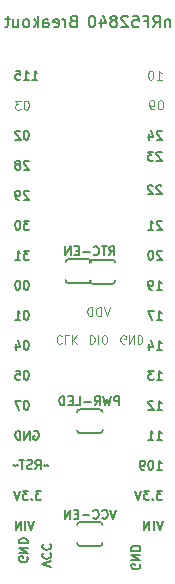
<source format=gbr>
G04 #@! TF.GenerationSoftware,KiCad,Pcbnew,(7.0.0)*
G04 #@! TF.CreationDate,2023-04-22T14:23:37+07:00*
G04 #@! TF.ProjectId,nrf52840-qfaa-breakout,6e726635-3238-4343-902d-716661612d62,rev?*
G04 #@! TF.SameCoordinates,Original*
G04 #@! TF.FileFunction,Legend,Bot*
G04 #@! TF.FilePolarity,Positive*
%FSLAX46Y46*%
G04 Gerber Fmt 4.6, Leading zero omitted, Abs format (unit mm)*
G04 Created by KiCad (PCBNEW (7.0.0)) date 2023-04-22 14:23:37*
%MOMM*%
%LPD*%
G01*
G04 APERTURE LIST*
%ADD10C,0.133350*%
%ADD11C,0.100000*%
%ADD12C,0.171450*%
%ADD13C,0.203200*%
G04 APERTURE END LIST*
D10*
X143139584Y-108970561D02*
X143067617Y-108970561D01*
X143067617Y-108970561D02*
X142995650Y-109006545D01*
X142995650Y-109006545D02*
X142959667Y-109042528D01*
X142959667Y-109042528D02*
X142923684Y-109114495D01*
X142923684Y-109114495D02*
X142887700Y-109258428D01*
X142887700Y-109258428D02*
X142887700Y-109438345D01*
X142887700Y-109438345D02*
X142923684Y-109582278D01*
X142923684Y-109582278D02*
X142959667Y-109654245D01*
X142959667Y-109654245D02*
X142995650Y-109690228D01*
X142995650Y-109690228D02*
X143067617Y-109726211D01*
X143067617Y-109726211D02*
X143139584Y-109726211D01*
X143139584Y-109726211D02*
X143211550Y-109690228D01*
X143211550Y-109690228D02*
X143247534Y-109654245D01*
X143247534Y-109654245D02*
X143283517Y-109582278D01*
X143283517Y-109582278D02*
X143319500Y-109438345D01*
X143319500Y-109438345D02*
X143319500Y-109258428D01*
X143319500Y-109258428D02*
X143283517Y-109114495D01*
X143283517Y-109114495D02*
X143247534Y-109042528D01*
X143247534Y-109042528D02*
X143211550Y-109006545D01*
X143211550Y-109006545D02*
X143139584Y-108970561D01*
X142240000Y-109222445D02*
X142240000Y-109726211D01*
X142419917Y-108934578D02*
X142599833Y-109474328D01*
X142599833Y-109474328D02*
X142132050Y-109474328D01*
X154580166Y-98882528D02*
X154544183Y-98846545D01*
X154544183Y-98846545D02*
X154472216Y-98810561D01*
X154472216Y-98810561D02*
X154292300Y-98810561D01*
X154292300Y-98810561D02*
X154220333Y-98846545D01*
X154220333Y-98846545D02*
X154184350Y-98882528D01*
X154184350Y-98882528D02*
X154148366Y-98954495D01*
X154148366Y-98954495D02*
X154148366Y-99026461D01*
X154148366Y-99026461D02*
X154184350Y-99134411D01*
X154184350Y-99134411D02*
X154616150Y-99566211D01*
X154616150Y-99566211D02*
X154148366Y-99566211D01*
X153428699Y-99566211D02*
X153860499Y-99566211D01*
X153644599Y-99566211D02*
X153644599Y-98810561D01*
X153644599Y-98810561D02*
X153716566Y-98918511D01*
X153716566Y-98918511D02*
X153788533Y-98990478D01*
X153788533Y-98990478D02*
X153860499Y-99026461D01*
D11*
X143139584Y-88650561D02*
X143067617Y-88650561D01*
X143067617Y-88650561D02*
X142995650Y-88686545D01*
X142995650Y-88686545D02*
X142959667Y-88722528D01*
X142959667Y-88722528D02*
X142923684Y-88794495D01*
X142923684Y-88794495D02*
X142887700Y-88938428D01*
X142887700Y-88938428D02*
X142887700Y-89118345D01*
X142887700Y-89118345D02*
X142923684Y-89262278D01*
X142923684Y-89262278D02*
X142959667Y-89334245D01*
X142959667Y-89334245D02*
X142995650Y-89370228D01*
X142995650Y-89370228D02*
X143067617Y-89406211D01*
X143067617Y-89406211D02*
X143139584Y-89406211D01*
X143139584Y-89406211D02*
X143211550Y-89370228D01*
X143211550Y-89370228D02*
X143247534Y-89334245D01*
X143247534Y-89334245D02*
X143283517Y-89262278D01*
X143283517Y-89262278D02*
X143319500Y-89118345D01*
X143319500Y-89118345D02*
X143319500Y-88938428D01*
X143319500Y-88938428D02*
X143283517Y-88794495D01*
X143283517Y-88794495D02*
X143247534Y-88722528D01*
X143247534Y-88722528D02*
X143211550Y-88686545D01*
X143211550Y-88686545D02*
X143139584Y-88650561D01*
X142635817Y-88650561D02*
X142168033Y-88650561D01*
X142168033Y-88650561D02*
X142419917Y-88938428D01*
X142419917Y-88938428D02*
X142311967Y-88938428D01*
X142311967Y-88938428D02*
X142240000Y-88974411D01*
X142240000Y-88974411D02*
X142204017Y-89010395D01*
X142204017Y-89010395D02*
X142168033Y-89082361D01*
X142168033Y-89082361D02*
X142168033Y-89262278D01*
X142168033Y-89262278D02*
X142204017Y-89334245D01*
X142204017Y-89334245D02*
X142240000Y-89370228D01*
X142240000Y-89370228D02*
X142311967Y-89406211D01*
X142311967Y-89406211D02*
X142527867Y-89406211D01*
X142527867Y-89406211D02*
X142599833Y-89370228D01*
X142599833Y-89370228D02*
X142635817Y-89334245D01*
D10*
X150138341Y-101740356D02*
X150390224Y-101380523D01*
X150570141Y-101740356D02*
X150570141Y-100984706D01*
X150570141Y-100984706D02*
X150282274Y-100984706D01*
X150282274Y-100984706D02*
X150210308Y-101020690D01*
X150210308Y-101020690D02*
X150174324Y-101056673D01*
X150174324Y-101056673D02*
X150138341Y-101128640D01*
X150138341Y-101128640D02*
X150138341Y-101236590D01*
X150138341Y-101236590D02*
X150174324Y-101308556D01*
X150174324Y-101308556D02*
X150210308Y-101344540D01*
X150210308Y-101344540D02*
X150282274Y-101380523D01*
X150282274Y-101380523D02*
X150570141Y-101380523D01*
X149922441Y-100984706D02*
X149490641Y-100984706D01*
X149706541Y-101740356D02*
X149706541Y-100984706D01*
X148806958Y-101668390D02*
X148842941Y-101704373D01*
X148842941Y-101704373D02*
X148950891Y-101740356D01*
X148950891Y-101740356D02*
X149022858Y-101740356D01*
X149022858Y-101740356D02*
X149130808Y-101704373D01*
X149130808Y-101704373D02*
X149202775Y-101632406D01*
X149202775Y-101632406D02*
X149238758Y-101560440D01*
X149238758Y-101560440D02*
X149274741Y-101416506D01*
X149274741Y-101416506D02*
X149274741Y-101308556D01*
X149274741Y-101308556D02*
X149238758Y-101164623D01*
X149238758Y-101164623D02*
X149202775Y-101092656D01*
X149202775Y-101092656D02*
X149130808Y-101020690D01*
X149130808Y-101020690D02*
X149022858Y-100984706D01*
X149022858Y-100984706D02*
X148950891Y-100984706D01*
X148950891Y-100984706D02*
X148842941Y-101020690D01*
X148842941Y-101020690D02*
X148806958Y-101056673D01*
X148483108Y-101452490D02*
X147907375Y-101452490D01*
X147547541Y-101344540D02*
X147295658Y-101344540D01*
X147187708Y-101740356D02*
X147547541Y-101740356D01*
X147547541Y-101740356D02*
X147547541Y-100984706D01*
X147547541Y-100984706D02*
X147187708Y-100984706D01*
X146863858Y-101740356D02*
X146863858Y-100984706D01*
X146863858Y-100984706D02*
X146432058Y-101740356D01*
X146432058Y-101740356D02*
X146432058Y-100984706D01*
X154616150Y-121670561D02*
X154148366Y-121670561D01*
X154148366Y-121670561D02*
X154400250Y-121958428D01*
X154400250Y-121958428D02*
X154292300Y-121958428D01*
X154292300Y-121958428D02*
X154220333Y-121994411D01*
X154220333Y-121994411D02*
X154184350Y-122030395D01*
X154184350Y-122030395D02*
X154148366Y-122102361D01*
X154148366Y-122102361D02*
X154148366Y-122282278D01*
X154148366Y-122282278D02*
X154184350Y-122354245D01*
X154184350Y-122354245D02*
X154220333Y-122390228D01*
X154220333Y-122390228D02*
X154292300Y-122426211D01*
X154292300Y-122426211D02*
X154508200Y-122426211D01*
X154508200Y-122426211D02*
X154580166Y-122390228D01*
X154580166Y-122390228D02*
X154616150Y-122354245D01*
X153824516Y-122354245D02*
X153788533Y-122390228D01*
X153788533Y-122390228D02*
X153824516Y-122426211D01*
X153824516Y-122426211D02*
X153860499Y-122390228D01*
X153860499Y-122390228D02*
X153824516Y-122354245D01*
X153824516Y-122354245D02*
X153824516Y-122426211D01*
X153536650Y-121670561D02*
X153068866Y-121670561D01*
X153068866Y-121670561D02*
X153320750Y-121958428D01*
X153320750Y-121958428D02*
X153212800Y-121958428D01*
X153212800Y-121958428D02*
X153140833Y-121994411D01*
X153140833Y-121994411D02*
X153104850Y-122030395D01*
X153104850Y-122030395D02*
X153068866Y-122102361D01*
X153068866Y-122102361D02*
X153068866Y-122282278D01*
X153068866Y-122282278D02*
X153104850Y-122354245D01*
X153104850Y-122354245D02*
X153140833Y-122390228D01*
X153140833Y-122390228D02*
X153212800Y-122426211D01*
X153212800Y-122426211D02*
X153428700Y-122426211D01*
X153428700Y-122426211D02*
X153500666Y-122390228D01*
X153500666Y-122390228D02*
X153536650Y-122354245D01*
X152852966Y-121670561D02*
X152601083Y-122426211D01*
X152601083Y-122426211D02*
X152349199Y-121670561D01*
X154148366Y-109726211D02*
X154580166Y-109726211D01*
X154364266Y-109726211D02*
X154364266Y-108970561D01*
X154364266Y-108970561D02*
X154436233Y-109078511D01*
X154436233Y-109078511D02*
X154508200Y-109150478D01*
X154508200Y-109150478D02*
X154580166Y-109186461D01*
X153500666Y-109222445D02*
X153500666Y-109726211D01*
X153680583Y-108934578D02*
X153860499Y-109474328D01*
X153860499Y-109474328D02*
X153392716Y-109474328D01*
X154148366Y-117346211D02*
X154580166Y-117346211D01*
X154364266Y-117346211D02*
X154364266Y-116590561D01*
X154364266Y-116590561D02*
X154436233Y-116698511D01*
X154436233Y-116698511D02*
X154508200Y-116770478D01*
X154508200Y-116770478D02*
X154580166Y-116806461D01*
X153428699Y-117346211D02*
X153860499Y-117346211D01*
X153644599Y-117346211D02*
X153644599Y-116590561D01*
X153644599Y-116590561D02*
X153716566Y-116698511D01*
X153716566Y-116698511D02*
X153788533Y-116770478D01*
X153788533Y-116770478D02*
X153860499Y-116806461D01*
X150951141Y-114440356D02*
X150951141Y-113684706D01*
X150951141Y-113684706D02*
X150663274Y-113684706D01*
X150663274Y-113684706D02*
X150591308Y-113720690D01*
X150591308Y-113720690D02*
X150555324Y-113756673D01*
X150555324Y-113756673D02*
X150519341Y-113828640D01*
X150519341Y-113828640D02*
X150519341Y-113936590D01*
X150519341Y-113936590D02*
X150555324Y-114008556D01*
X150555324Y-114008556D02*
X150591308Y-114044540D01*
X150591308Y-114044540D02*
X150663274Y-114080523D01*
X150663274Y-114080523D02*
X150951141Y-114080523D01*
X150267458Y-113684706D02*
X150087541Y-114440356D01*
X150087541Y-114440356D02*
X149943608Y-113900606D01*
X149943608Y-113900606D02*
X149799674Y-114440356D01*
X149799674Y-114440356D02*
X149619758Y-113684706D01*
X148900091Y-114440356D02*
X149151974Y-114080523D01*
X149331891Y-114440356D02*
X149331891Y-113684706D01*
X149331891Y-113684706D02*
X149044024Y-113684706D01*
X149044024Y-113684706D02*
X148972058Y-113720690D01*
X148972058Y-113720690D02*
X148936074Y-113756673D01*
X148936074Y-113756673D02*
X148900091Y-113828640D01*
X148900091Y-113828640D02*
X148900091Y-113936590D01*
X148900091Y-113936590D02*
X148936074Y-114008556D01*
X148936074Y-114008556D02*
X148972058Y-114044540D01*
X148972058Y-114044540D02*
X149044024Y-114080523D01*
X149044024Y-114080523D02*
X149331891Y-114080523D01*
X148576241Y-114152490D02*
X148000508Y-114152490D01*
X147280841Y-114440356D02*
X147640674Y-114440356D01*
X147640674Y-114440356D02*
X147640674Y-113684706D01*
X147028957Y-114044540D02*
X146777074Y-114044540D01*
X146669124Y-114440356D02*
X147028957Y-114440356D01*
X147028957Y-114440356D02*
X147028957Y-113684706D01*
X147028957Y-113684706D02*
X146669124Y-113684706D01*
X146345274Y-114440356D02*
X146345274Y-113684706D01*
X146345274Y-113684706D02*
X146165357Y-113684706D01*
X146165357Y-113684706D02*
X146057407Y-113720690D01*
X146057407Y-113720690D02*
X145985441Y-113792656D01*
X145985441Y-113792656D02*
X145949457Y-113864623D01*
X145949457Y-113864623D02*
X145913474Y-114008556D01*
X145913474Y-114008556D02*
X145913474Y-114116506D01*
X145913474Y-114116506D02*
X145949457Y-114260440D01*
X145949457Y-114260440D02*
X145985441Y-114332406D01*
X145985441Y-114332406D02*
X146057407Y-114404373D01*
X146057407Y-114404373D02*
X146165357Y-114440356D01*
X146165357Y-114440356D02*
X146345274Y-114440356D01*
D11*
X146106666Y-108599500D02*
X146073333Y-108566166D01*
X146073333Y-108566166D02*
X145973333Y-108532833D01*
X145973333Y-108532833D02*
X145906666Y-108532833D01*
X145906666Y-108532833D02*
X145806666Y-108566166D01*
X145806666Y-108566166D02*
X145740000Y-108632833D01*
X145740000Y-108632833D02*
X145706666Y-108699500D01*
X145706666Y-108699500D02*
X145673333Y-108832833D01*
X145673333Y-108832833D02*
X145673333Y-108932833D01*
X145673333Y-108932833D02*
X145706666Y-109066166D01*
X145706666Y-109066166D02*
X145740000Y-109132833D01*
X145740000Y-109132833D02*
X145806666Y-109199500D01*
X145806666Y-109199500D02*
X145906666Y-109232833D01*
X145906666Y-109232833D02*
X145973333Y-109232833D01*
X145973333Y-109232833D02*
X146073333Y-109199500D01*
X146073333Y-109199500D02*
X146106666Y-109166166D01*
X146740000Y-108532833D02*
X146406666Y-108532833D01*
X146406666Y-108532833D02*
X146406666Y-109232833D01*
X146973333Y-108532833D02*
X146973333Y-109232833D01*
X147373333Y-108532833D02*
X147073333Y-108932833D01*
X147373333Y-109232833D02*
X146973333Y-108832833D01*
X148513333Y-108532833D02*
X148513333Y-109232833D01*
X148513333Y-109232833D02*
X148680000Y-109232833D01*
X148680000Y-109232833D02*
X148780000Y-109199500D01*
X148780000Y-109199500D02*
X148846667Y-109132833D01*
X148846667Y-109132833D02*
X148880000Y-109066166D01*
X148880000Y-109066166D02*
X148913333Y-108932833D01*
X148913333Y-108932833D02*
X148913333Y-108832833D01*
X148913333Y-108832833D02*
X148880000Y-108699500D01*
X148880000Y-108699500D02*
X148846667Y-108632833D01*
X148846667Y-108632833D02*
X148780000Y-108566166D01*
X148780000Y-108566166D02*
X148680000Y-108532833D01*
X148680000Y-108532833D02*
X148513333Y-108532833D01*
X149213333Y-108532833D02*
X149213333Y-109232833D01*
X149680000Y-109232833D02*
X149813333Y-109232833D01*
X149813333Y-109232833D02*
X149880000Y-109199500D01*
X149880000Y-109199500D02*
X149946666Y-109132833D01*
X149946666Y-109132833D02*
X149980000Y-108999500D01*
X149980000Y-108999500D02*
X149980000Y-108766166D01*
X149980000Y-108766166D02*
X149946666Y-108632833D01*
X149946666Y-108632833D02*
X149880000Y-108566166D01*
X149880000Y-108566166D02*
X149813333Y-108532833D01*
X149813333Y-108532833D02*
X149680000Y-108532833D01*
X149680000Y-108532833D02*
X149613333Y-108566166D01*
X149613333Y-108566166D02*
X149546666Y-108632833D01*
X149546666Y-108632833D02*
X149513333Y-108766166D01*
X149513333Y-108766166D02*
X149513333Y-108999500D01*
X149513333Y-108999500D02*
X149546666Y-109132833D01*
X149546666Y-109132833D02*
X149613333Y-109199500D01*
X149613333Y-109199500D02*
X149680000Y-109232833D01*
X151486666Y-109199500D02*
X151419999Y-109232833D01*
X151419999Y-109232833D02*
X151319999Y-109232833D01*
X151319999Y-109232833D02*
X151219999Y-109199500D01*
X151219999Y-109199500D02*
X151153333Y-109132833D01*
X151153333Y-109132833D02*
X151119999Y-109066166D01*
X151119999Y-109066166D02*
X151086666Y-108932833D01*
X151086666Y-108932833D02*
X151086666Y-108832833D01*
X151086666Y-108832833D02*
X151119999Y-108699500D01*
X151119999Y-108699500D02*
X151153333Y-108632833D01*
X151153333Y-108632833D02*
X151219999Y-108566166D01*
X151219999Y-108566166D02*
X151319999Y-108532833D01*
X151319999Y-108532833D02*
X151386666Y-108532833D01*
X151386666Y-108532833D02*
X151486666Y-108566166D01*
X151486666Y-108566166D02*
X151519999Y-108599500D01*
X151519999Y-108599500D02*
X151519999Y-108832833D01*
X151519999Y-108832833D02*
X151386666Y-108832833D01*
X151819999Y-108532833D02*
X151819999Y-109232833D01*
X151819999Y-109232833D02*
X152219999Y-108532833D01*
X152219999Y-108532833D02*
X152219999Y-109232833D01*
X152553332Y-108532833D02*
X152553332Y-109232833D01*
X152553332Y-109232833D02*
X152719999Y-109232833D01*
X152719999Y-109232833D02*
X152819999Y-109199500D01*
X152819999Y-109199500D02*
X152886666Y-109132833D01*
X152886666Y-109132833D02*
X152919999Y-109066166D01*
X152919999Y-109066166D02*
X152953332Y-108932833D01*
X152953332Y-108932833D02*
X152953332Y-108832833D01*
X152953332Y-108832833D02*
X152919999Y-108699500D01*
X152919999Y-108699500D02*
X152886666Y-108632833D01*
X152886666Y-108632833D02*
X152819999Y-108566166D01*
X152819999Y-108566166D02*
X152719999Y-108532833D01*
X152719999Y-108532833D02*
X152553332Y-108532833D01*
X146106666Y-108599500D02*
X146073333Y-108566166D01*
X146073333Y-108566166D02*
X145973333Y-108532833D01*
X145973333Y-108532833D02*
X145906666Y-108532833D01*
X145906666Y-108532833D02*
X145806666Y-108566166D01*
X145806666Y-108566166D02*
X145740000Y-108632833D01*
X145740000Y-108632833D02*
X145706666Y-108699500D01*
X145706666Y-108699500D02*
X145673333Y-108832833D01*
X145673333Y-108832833D02*
X145673333Y-108932833D01*
X145673333Y-108932833D02*
X145706666Y-109066166D01*
X145706666Y-109066166D02*
X145740000Y-109132833D01*
X145740000Y-109132833D02*
X145806666Y-109199500D01*
X145806666Y-109199500D02*
X145906666Y-109232833D01*
X145906666Y-109232833D02*
X145973333Y-109232833D01*
X145973333Y-109232833D02*
X146073333Y-109199500D01*
X146073333Y-109199500D02*
X146106666Y-109166166D01*
X146740000Y-108532833D02*
X146406666Y-108532833D01*
X146406666Y-108532833D02*
X146406666Y-109232833D01*
X146973333Y-108532833D02*
X146973333Y-109232833D01*
X147373333Y-108532833D02*
X147073333Y-108932833D01*
X147373333Y-109232833D02*
X146973333Y-108832833D01*
X148513333Y-108532833D02*
X148513333Y-109232833D01*
X148513333Y-109232833D02*
X148680000Y-109232833D01*
X148680000Y-109232833D02*
X148780000Y-109199500D01*
X148780000Y-109199500D02*
X148846667Y-109132833D01*
X148846667Y-109132833D02*
X148880000Y-109066166D01*
X148880000Y-109066166D02*
X148913333Y-108932833D01*
X148913333Y-108932833D02*
X148913333Y-108832833D01*
X148913333Y-108832833D02*
X148880000Y-108699500D01*
X148880000Y-108699500D02*
X148846667Y-108632833D01*
X148846667Y-108632833D02*
X148780000Y-108566166D01*
X148780000Y-108566166D02*
X148680000Y-108532833D01*
X148680000Y-108532833D02*
X148513333Y-108532833D01*
X149213333Y-108532833D02*
X149213333Y-109232833D01*
X149680000Y-109232833D02*
X149813333Y-109232833D01*
X149813333Y-109232833D02*
X149880000Y-109199500D01*
X149880000Y-109199500D02*
X149946666Y-109132833D01*
X149946666Y-109132833D02*
X149980000Y-108999500D01*
X149980000Y-108999500D02*
X149980000Y-108766166D01*
X149980000Y-108766166D02*
X149946666Y-108632833D01*
X149946666Y-108632833D02*
X149880000Y-108566166D01*
X149880000Y-108566166D02*
X149813333Y-108532833D01*
X149813333Y-108532833D02*
X149680000Y-108532833D01*
X149680000Y-108532833D02*
X149613333Y-108566166D01*
X149613333Y-108566166D02*
X149546666Y-108632833D01*
X149546666Y-108632833D02*
X149513333Y-108766166D01*
X149513333Y-108766166D02*
X149513333Y-108999500D01*
X149513333Y-108999500D02*
X149546666Y-109132833D01*
X149546666Y-109132833D02*
X149613333Y-109199500D01*
X149613333Y-109199500D02*
X149680000Y-109232833D01*
X151486666Y-109199500D02*
X151419999Y-109232833D01*
X151419999Y-109232833D02*
X151319999Y-109232833D01*
X151319999Y-109232833D02*
X151219999Y-109199500D01*
X151219999Y-109199500D02*
X151153333Y-109132833D01*
X151153333Y-109132833D02*
X151119999Y-109066166D01*
X151119999Y-109066166D02*
X151086666Y-108932833D01*
X151086666Y-108932833D02*
X151086666Y-108832833D01*
X151086666Y-108832833D02*
X151119999Y-108699500D01*
X151119999Y-108699500D02*
X151153333Y-108632833D01*
X151153333Y-108632833D02*
X151219999Y-108566166D01*
X151219999Y-108566166D02*
X151319999Y-108532833D01*
X151319999Y-108532833D02*
X151386666Y-108532833D01*
X151386666Y-108532833D02*
X151486666Y-108566166D01*
X151486666Y-108566166D02*
X151519999Y-108599500D01*
X151519999Y-108599500D02*
X151519999Y-108832833D01*
X151519999Y-108832833D02*
X151386666Y-108832833D01*
X151819999Y-108532833D02*
X151819999Y-109232833D01*
X151819999Y-109232833D02*
X152219999Y-108532833D01*
X152219999Y-108532833D02*
X152219999Y-109232833D01*
X152553332Y-108532833D02*
X152553332Y-109232833D01*
X152553332Y-109232833D02*
X152719999Y-109232833D01*
X152719999Y-109232833D02*
X152819999Y-109199500D01*
X152819999Y-109199500D02*
X152886666Y-109132833D01*
X152886666Y-109132833D02*
X152919999Y-109066166D01*
X152919999Y-109066166D02*
X152953332Y-108932833D01*
X152953332Y-108932833D02*
X152953332Y-108832833D01*
X152953332Y-108832833D02*
X152919999Y-108699500D01*
X152919999Y-108699500D02*
X152886666Y-108632833D01*
X152886666Y-108632833D02*
X152819999Y-108566166D01*
X152819999Y-108566166D02*
X152719999Y-108532833D01*
X152719999Y-108532833D02*
X152553332Y-108532833D01*
D10*
X154580166Y-91262528D02*
X154544183Y-91226545D01*
X154544183Y-91226545D02*
X154472216Y-91190561D01*
X154472216Y-91190561D02*
X154292300Y-91190561D01*
X154292300Y-91190561D02*
X154220333Y-91226545D01*
X154220333Y-91226545D02*
X154184350Y-91262528D01*
X154184350Y-91262528D02*
X154148366Y-91334495D01*
X154148366Y-91334495D02*
X154148366Y-91406461D01*
X154148366Y-91406461D02*
X154184350Y-91514411D01*
X154184350Y-91514411D02*
X154616150Y-91946211D01*
X154616150Y-91946211D02*
X154148366Y-91946211D01*
X153500666Y-91442445D02*
X153500666Y-91946211D01*
X153680583Y-91154578D02*
X153860499Y-91694328D01*
X153860499Y-91694328D02*
X153392716Y-91694328D01*
X154148366Y-104646211D02*
X154580166Y-104646211D01*
X154364266Y-104646211D02*
X154364266Y-103890561D01*
X154364266Y-103890561D02*
X154436233Y-103998511D01*
X154436233Y-103998511D02*
X154508200Y-104070478D01*
X154508200Y-104070478D02*
X154580166Y-104106461D01*
X153788533Y-104646211D02*
X153644599Y-104646211D01*
X153644599Y-104646211D02*
X153572633Y-104610228D01*
X153572633Y-104610228D02*
X153536649Y-104574245D01*
X153536649Y-104574245D02*
X153464683Y-104466295D01*
X153464683Y-104466295D02*
X153428699Y-104322361D01*
X153428699Y-104322361D02*
X153428699Y-104034495D01*
X153428699Y-104034495D02*
X153464683Y-103962528D01*
X153464683Y-103962528D02*
X153500666Y-103926545D01*
X153500666Y-103926545D02*
X153572633Y-103890561D01*
X153572633Y-103890561D02*
X153716566Y-103890561D01*
X153716566Y-103890561D02*
X153788533Y-103926545D01*
X153788533Y-103926545D02*
X153824516Y-103962528D01*
X153824516Y-103962528D02*
X153860499Y-104034495D01*
X153860499Y-104034495D02*
X153860499Y-104214411D01*
X153860499Y-104214411D02*
X153824516Y-104286378D01*
X153824516Y-104286378D02*
X153788533Y-104322361D01*
X153788533Y-104322361D02*
X153716566Y-104358345D01*
X153716566Y-104358345D02*
X153572633Y-104358345D01*
X153572633Y-104358345D02*
X153500666Y-104322361D01*
X153500666Y-104322361D02*
X153464683Y-104286378D01*
X153464683Y-104286378D02*
X153428699Y-104214411D01*
X143355484Y-98810561D02*
X142887700Y-98810561D01*
X142887700Y-98810561D02*
X143139584Y-99098428D01*
X143139584Y-99098428D02*
X143031634Y-99098428D01*
X143031634Y-99098428D02*
X142959667Y-99134411D01*
X142959667Y-99134411D02*
X142923684Y-99170395D01*
X142923684Y-99170395D02*
X142887700Y-99242361D01*
X142887700Y-99242361D02*
X142887700Y-99422278D01*
X142887700Y-99422278D02*
X142923684Y-99494245D01*
X142923684Y-99494245D02*
X142959667Y-99530228D01*
X142959667Y-99530228D02*
X143031634Y-99566211D01*
X143031634Y-99566211D02*
X143247534Y-99566211D01*
X143247534Y-99566211D02*
X143319500Y-99530228D01*
X143319500Y-99530228D02*
X143355484Y-99494245D01*
X142419917Y-98810561D02*
X142347950Y-98810561D01*
X142347950Y-98810561D02*
X142275983Y-98846545D01*
X142275983Y-98846545D02*
X142240000Y-98882528D01*
X142240000Y-98882528D02*
X142204017Y-98954495D01*
X142204017Y-98954495D02*
X142168033Y-99098428D01*
X142168033Y-99098428D02*
X142168033Y-99278345D01*
X142168033Y-99278345D02*
X142204017Y-99422278D01*
X142204017Y-99422278D02*
X142240000Y-99494245D01*
X142240000Y-99494245D02*
X142275983Y-99530228D01*
X142275983Y-99530228D02*
X142347950Y-99566211D01*
X142347950Y-99566211D02*
X142419917Y-99566211D01*
X142419917Y-99566211D02*
X142491883Y-99530228D01*
X142491883Y-99530228D02*
X142527867Y-99494245D01*
X142527867Y-99494245D02*
X142563850Y-99422278D01*
X142563850Y-99422278D02*
X142599833Y-99278345D01*
X142599833Y-99278345D02*
X142599833Y-99098428D01*
X142599833Y-99098428D02*
X142563850Y-98954495D01*
X142563850Y-98954495D02*
X142527867Y-98882528D01*
X142527867Y-98882528D02*
X142491883Y-98846545D01*
X142491883Y-98846545D02*
X142419917Y-98810561D01*
X143215455Y-127287866D02*
X143251438Y-127359833D01*
X143251438Y-127359833D02*
X143251438Y-127467783D01*
X143251438Y-127467783D02*
X143215455Y-127575733D01*
X143215455Y-127575733D02*
X143143488Y-127647700D01*
X143143488Y-127647700D02*
X143071521Y-127683683D01*
X143071521Y-127683683D02*
X142927588Y-127719666D01*
X142927588Y-127719666D02*
X142819638Y-127719666D01*
X142819638Y-127719666D02*
X142675705Y-127683683D01*
X142675705Y-127683683D02*
X142603738Y-127647700D01*
X142603738Y-127647700D02*
X142531771Y-127575733D01*
X142531771Y-127575733D02*
X142495788Y-127467783D01*
X142495788Y-127467783D02*
X142495788Y-127395816D01*
X142495788Y-127395816D02*
X142531771Y-127287866D01*
X142531771Y-127287866D02*
X142567755Y-127251883D01*
X142567755Y-127251883D02*
X142819638Y-127251883D01*
X142819638Y-127251883D02*
X142819638Y-127395816D01*
X142495788Y-126928033D02*
X143251438Y-126928033D01*
X143251438Y-126928033D02*
X142495788Y-126496233D01*
X142495788Y-126496233D02*
X143251438Y-126496233D01*
X142495788Y-126136400D02*
X143251438Y-126136400D01*
X143251438Y-126136400D02*
X143251438Y-125956483D01*
X143251438Y-125956483D02*
X143215455Y-125848533D01*
X143215455Y-125848533D02*
X143143488Y-125776567D01*
X143143488Y-125776567D02*
X143071521Y-125740583D01*
X143071521Y-125740583D02*
X142927588Y-125704600D01*
X142927588Y-125704600D02*
X142819638Y-125704600D01*
X142819638Y-125704600D02*
X142675705Y-125740583D01*
X142675705Y-125740583D02*
X142603738Y-125776567D01*
X142603738Y-125776567D02*
X142531771Y-125848533D01*
X142531771Y-125848533D02*
X142495788Y-125956483D01*
X142495788Y-125956483D02*
X142495788Y-126136400D01*
X143355484Y-101350561D02*
X142887700Y-101350561D01*
X142887700Y-101350561D02*
X143139584Y-101638428D01*
X143139584Y-101638428D02*
X143031634Y-101638428D01*
X143031634Y-101638428D02*
X142959667Y-101674411D01*
X142959667Y-101674411D02*
X142923684Y-101710395D01*
X142923684Y-101710395D02*
X142887700Y-101782361D01*
X142887700Y-101782361D02*
X142887700Y-101962278D01*
X142887700Y-101962278D02*
X142923684Y-102034245D01*
X142923684Y-102034245D02*
X142959667Y-102070228D01*
X142959667Y-102070228D02*
X143031634Y-102106211D01*
X143031634Y-102106211D02*
X143247534Y-102106211D01*
X143247534Y-102106211D02*
X143319500Y-102070228D01*
X143319500Y-102070228D02*
X143355484Y-102034245D01*
X142168033Y-102106211D02*
X142599833Y-102106211D01*
X142383933Y-102106211D02*
X142383933Y-101350561D01*
X142383933Y-101350561D02*
X142455900Y-101458511D01*
X142455900Y-101458511D02*
X142527867Y-101530478D01*
X142527867Y-101530478D02*
X142599833Y-101566461D01*
X143139584Y-114050561D02*
X143067617Y-114050561D01*
X143067617Y-114050561D02*
X142995650Y-114086545D01*
X142995650Y-114086545D02*
X142959667Y-114122528D01*
X142959667Y-114122528D02*
X142923684Y-114194495D01*
X142923684Y-114194495D02*
X142887700Y-114338428D01*
X142887700Y-114338428D02*
X142887700Y-114518345D01*
X142887700Y-114518345D02*
X142923684Y-114662278D01*
X142923684Y-114662278D02*
X142959667Y-114734245D01*
X142959667Y-114734245D02*
X142995650Y-114770228D01*
X142995650Y-114770228D02*
X143067617Y-114806211D01*
X143067617Y-114806211D02*
X143139584Y-114806211D01*
X143139584Y-114806211D02*
X143211550Y-114770228D01*
X143211550Y-114770228D02*
X143247534Y-114734245D01*
X143247534Y-114734245D02*
X143283517Y-114662278D01*
X143283517Y-114662278D02*
X143319500Y-114518345D01*
X143319500Y-114518345D02*
X143319500Y-114338428D01*
X143319500Y-114338428D02*
X143283517Y-114194495D01*
X143283517Y-114194495D02*
X143247534Y-114122528D01*
X143247534Y-114122528D02*
X143211550Y-114086545D01*
X143211550Y-114086545D02*
X143139584Y-114050561D01*
X142635817Y-114050561D02*
X142132050Y-114050561D01*
X142132050Y-114050561D02*
X142455900Y-114806211D01*
X152706655Y-127904266D02*
X152742638Y-127976233D01*
X152742638Y-127976233D02*
X152742638Y-128084183D01*
X152742638Y-128084183D02*
X152706655Y-128192133D01*
X152706655Y-128192133D02*
X152634688Y-128264100D01*
X152634688Y-128264100D02*
X152562721Y-128300083D01*
X152562721Y-128300083D02*
X152418788Y-128336066D01*
X152418788Y-128336066D02*
X152310838Y-128336066D01*
X152310838Y-128336066D02*
X152166905Y-128300083D01*
X152166905Y-128300083D02*
X152094938Y-128264100D01*
X152094938Y-128264100D02*
X152022971Y-128192133D01*
X152022971Y-128192133D02*
X151986988Y-128084183D01*
X151986988Y-128084183D02*
X151986988Y-128012216D01*
X151986988Y-128012216D02*
X152022971Y-127904266D01*
X152022971Y-127904266D02*
X152058955Y-127868283D01*
X152058955Y-127868283D02*
X152310838Y-127868283D01*
X152310838Y-127868283D02*
X152310838Y-128012216D01*
X151986988Y-127544433D02*
X152742638Y-127544433D01*
X152742638Y-127544433D02*
X151986988Y-127112633D01*
X151986988Y-127112633D02*
X152742638Y-127112633D01*
X151986988Y-126752800D02*
X152742638Y-126752800D01*
X152742638Y-126752800D02*
X152742638Y-126572883D01*
X152742638Y-126572883D02*
X152706655Y-126464933D01*
X152706655Y-126464933D02*
X152634688Y-126392967D01*
X152634688Y-126392967D02*
X152562721Y-126356983D01*
X152562721Y-126356983D02*
X152418788Y-126321000D01*
X152418788Y-126321000D02*
X152310838Y-126321000D01*
X152310838Y-126321000D02*
X152166905Y-126356983D01*
X152166905Y-126356983D02*
X152094938Y-126392967D01*
X152094938Y-126392967D02*
X152022971Y-126464933D01*
X152022971Y-126464933D02*
X151986988Y-126572883D01*
X151986988Y-126572883D02*
X151986988Y-126752800D01*
D11*
X150207533Y-106144016D02*
X149955650Y-106899666D01*
X149955650Y-106899666D02*
X149703766Y-106144016D01*
X149451883Y-106899666D02*
X149451883Y-106144016D01*
X149451883Y-106144016D02*
X149271966Y-106144016D01*
X149271966Y-106144016D02*
X149164016Y-106180000D01*
X149164016Y-106180000D02*
X149092050Y-106251966D01*
X149092050Y-106251966D02*
X149056066Y-106323933D01*
X149056066Y-106323933D02*
X149020083Y-106467866D01*
X149020083Y-106467866D02*
X149020083Y-106575816D01*
X149020083Y-106575816D02*
X149056066Y-106719750D01*
X149056066Y-106719750D02*
X149092050Y-106791716D01*
X149092050Y-106791716D02*
X149164016Y-106863683D01*
X149164016Y-106863683D02*
X149271966Y-106899666D01*
X149271966Y-106899666D02*
X149451883Y-106899666D01*
X148696233Y-106899666D02*
X148696233Y-106144016D01*
X148696233Y-106144016D02*
X148516316Y-106144016D01*
X148516316Y-106144016D02*
X148408366Y-106180000D01*
X148408366Y-106180000D02*
X148336400Y-106251966D01*
X148336400Y-106251966D02*
X148300416Y-106323933D01*
X148300416Y-106323933D02*
X148264433Y-106467866D01*
X148264433Y-106467866D02*
X148264433Y-106575816D01*
X148264433Y-106575816D02*
X148300416Y-106719750D01*
X148300416Y-106719750D02*
X148336400Y-106791716D01*
X148336400Y-106791716D02*
X148408366Y-106863683D01*
X148408366Y-106863683D02*
X148516316Y-106899666D01*
X148516316Y-106899666D02*
X148696233Y-106899666D01*
D10*
X143139584Y-103890561D02*
X143067617Y-103890561D01*
X143067617Y-103890561D02*
X142995650Y-103926545D01*
X142995650Y-103926545D02*
X142959667Y-103962528D01*
X142959667Y-103962528D02*
X142923684Y-104034495D01*
X142923684Y-104034495D02*
X142887700Y-104178428D01*
X142887700Y-104178428D02*
X142887700Y-104358345D01*
X142887700Y-104358345D02*
X142923684Y-104502278D01*
X142923684Y-104502278D02*
X142959667Y-104574245D01*
X142959667Y-104574245D02*
X142995650Y-104610228D01*
X142995650Y-104610228D02*
X143067617Y-104646211D01*
X143067617Y-104646211D02*
X143139584Y-104646211D01*
X143139584Y-104646211D02*
X143211550Y-104610228D01*
X143211550Y-104610228D02*
X143247534Y-104574245D01*
X143247534Y-104574245D02*
X143283517Y-104502278D01*
X143283517Y-104502278D02*
X143319500Y-104358345D01*
X143319500Y-104358345D02*
X143319500Y-104178428D01*
X143319500Y-104178428D02*
X143283517Y-104034495D01*
X143283517Y-104034495D02*
X143247534Y-103962528D01*
X143247534Y-103962528D02*
X143211550Y-103926545D01*
X143211550Y-103926545D02*
X143139584Y-103890561D01*
X142419917Y-103890561D02*
X142347950Y-103890561D01*
X142347950Y-103890561D02*
X142275983Y-103926545D01*
X142275983Y-103926545D02*
X142240000Y-103962528D01*
X142240000Y-103962528D02*
X142204017Y-104034495D01*
X142204017Y-104034495D02*
X142168033Y-104178428D01*
X142168033Y-104178428D02*
X142168033Y-104358345D01*
X142168033Y-104358345D02*
X142204017Y-104502278D01*
X142204017Y-104502278D02*
X142240000Y-104574245D01*
X142240000Y-104574245D02*
X142275983Y-104610228D01*
X142275983Y-104610228D02*
X142347950Y-104646211D01*
X142347950Y-104646211D02*
X142419917Y-104646211D01*
X142419917Y-104646211D02*
X142491883Y-104610228D01*
X142491883Y-104610228D02*
X142527867Y-104574245D01*
X142527867Y-104574245D02*
X142563850Y-104502278D01*
X142563850Y-104502278D02*
X142599833Y-104358345D01*
X142599833Y-104358345D02*
X142599833Y-104178428D01*
X142599833Y-104178428D02*
X142563850Y-104034495D01*
X142563850Y-104034495D02*
X142527867Y-103962528D01*
X142527867Y-103962528D02*
X142491883Y-103926545D01*
X142491883Y-103926545D02*
X142419917Y-103890561D01*
X154148366Y-114806211D02*
X154580166Y-114806211D01*
X154364266Y-114806211D02*
X154364266Y-114050561D01*
X154364266Y-114050561D02*
X154436233Y-114158511D01*
X154436233Y-114158511D02*
X154508200Y-114230478D01*
X154508200Y-114230478D02*
X154580166Y-114266461D01*
X153860499Y-114122528D02*
X153824516Y-114086545D01*
X153824516Y-114086545D02*
X153752549Y-114050561D01*
X153752549Y-114050561D02*
X153572633Y-114050561D01*
X153572633Y-114050561D02*
X153500666Y-114086545D01*
X153500666Y-114086545D02*
X153464683Y-114122528D01*
X153464683Y-114122528D02*
X153428699Y-114194495D01*
X153428699Y-114194495D02*
X153428699Y-114266461D01*
X153428699Y-114266461D02*
X153464683Y-114374411D01*
X153464683Y-114374411D02*
X153896483Y-114806211D01*
X153896483Y-114806211D02*
X153428699Y-114806211D01*
X144363017Y-121670561D02*
X143895233Y-121670561D01*
X143895233Y-121670561D02*
X144147117Y-121958428D01*
X144147117Y-121958428D02*
X144039167Y-121958428D01*
X144039167Y-121958428D02*
X143967200Y-121994411D01*
X143967200Y-121994411D02*
X143931217Y-122030395D01*
X143931217Y-122030395D02*
X143895233Y-122102361D01*
X143895233Y-122102361D02*
X143895233Y-122282278D01*
X143895233Y-122282278D02*
X143931217Y-122354245D01*
X143931217Y-122354245D02*
X143967200Y-122390228D01*
X143967200Y-122390228D02*
X144039167Y-122426211D01*
X144039167Y-122426211D02*
X144255067Y-122426211D01*
X144255067Y-122426211D02*
X144327033Y-122390228D01*
X144327033Y-122390228D02*
X144363017Y-122354245D01*
X143571383Y-122354245D02*
X143535400Y-122390228D01*
X143535400Y-122390228D02*
X143571383Y-122426211D01*
X143571383Y-122426211D02*
X143607366Y-122390228D01*
X143607366Y-122390228D02*
X143571383Y-122354245D01*
X143571383Y-122354245D02*
X143571383Y-122426211D01*
X143283517Y-121670561D02*
X142815733Y-121670561D01*
X142815733Y-121670561D02*
X143067617Y-121958428D01*
X143067617Y-121958428D02*
X142959667Y-121958428D01*
X142959667Y-121958428D02*
X142887700Y-121994411D01*
X142887700Y-121994411D02*
X142851717Y-122030395D01*
X142851717Y-122030395D02*
X142815733Y-122102361D01*
X142815733Y-122102361D02*
X142815733Y-122282278D01*
X142815733Y-122282278D02*
X142851717Y-122354245D01*
X142851717Y-122354245D02*
X142887700Y-122390228D01*
X142887700Y-122390228D02*
X142959667Y-122426211D01*
X142959667Y-122426211D02*
X143175567Y-122426211D01*
X143175567Y-122426211D02*
X143247533Y-122390228D01*
X143247533Y-122390228D02*
X143283517Y-122354245D01*
X142599833Y-121670561D02*
X142347950Y-122426211D01*
X142347950Y-122426211D02*
X142096066Y-121670561D01*
X154148366Y-112266211D02*
X154580166Y-112266211D01*
X154364266Y-112266211D02*
X154364266Y-111510561D01*
X154364266Y-111510561D02*
X154436233Y-111618511D01*
X154436233Y-111618511D02*
X154508200Y-111690478D01*
X154508200Y-111690478D02*
X154580166Y-111726461D01*
X153896483Y-111510561D02*
X153428699Y-111510561D01*
X153428699Y-111510561D02*
X153680583Y-111798428D01*
X153680583Y-111798428D02*
X153572633Y-111798428D01*
X153572633Y-111798428D02*
X153500666Y-111834411D01*
X153500666Y-111834411D02*
X153464683Y-111870395D01*
X153464683Y-111870395D02*
X153428699Y-111942361D01*
X153428699Y-111942361D02*
X153428699Y-112122278D01*
X153428699Y-112122278D02*
X153464683Y-112194245D01*
X153464683Y-112194245D02*
X153500666Y-112230228D01*
X153500666Y-112230228D02*
X153572633Y-112266211D01*
X153572633Y-112266211D02*
X153788533Y-112266211D01*
X153788533Y-112266211D02*
X153860499Y-112230228D01*
X153860499Y-112230228D02*
X153896483Y-112194245D01*
X143139584Y-106430561D02*
X143067617Y-106430561D01*
X143067617Y-106430561D02*
X142995650Y-106466545D01*
X142995650Y-106466545D02*
X142959667Y-106502528D01*
X142959667Y-106502528D02*
X142923684Y-106574495D01*
X142923684Y-106574495D02*
X142887700Y-106718428D01*
X142887700Y-106718428D02*
X142887700Y-106898345D01*
X142887700Y-106898345D02*
X142923684Y-107042278D01*
X142923684Y-107042278D02*
X142959667Y-107114245D01*
X142959667Y-107114245D02*
X142995650Y-107150228D01*
X142995650Y-107150228D02*
X143067617Y-107186211D01*
X143067617Y-107186211D02*
X143139584Y-107186211D01*
X143139584Y-107186211D02*
X143211550Y-107150228D01*
X143211550Y-107150228D02*
X143247534Y-107114245D01*
X143247534Y-107114245D02*
X143283517Y-107042278D01*
X143283517Y-107042278D02*
X143319500Y-106898345D01*
X143319500Y-106898345D02*
X143319500Y-106718428D01*
X143319500Y-106718428D02*
X143283517Y-106574495D01*
X143283517Y-106574495D02*
X143247534Y-106502528D01*
X143247534Y-106502528D02*
X143211550Y-106466545D01*
X143211550Y-106466545D02*
X143139584Y-106430561D01*
X142168033Y-107186211D02*
X142599833Y-107186211D01*
X142383933Y-107186211D02*
X142383933Y-106430561D01*
X142383933Y-106430561D02*
X142455900Y-106538511D01*
X142455900Y-106538511D02*
X142527867Y-106610478D01*
X142527867Y-106610478D02*
X142599833Y-106646461D01*
X143319500Y-93802528D02*
X143283517Y-93766545D01*
X143283517Y-93766545D02*
X143211550Y-93730561D01*
X143211550Y-93730561D02*
X143031634Y-93730561D01*
X143031634Y-93730561D02*
X142959667Y-93766545D01*
X142959667Y-93766545D02*
X142923684Y-93802528D01*
X142923684Y-93802528D02*
X142887700Y-93874495D01*
X142887700Y-93874495D02*
X142887700Y-93946461D01*
X142887700Y-93946461D02*
X142923684Y-94054411D01*
X142923684Y-94054411D02*
X143355484Y-94486211D01*
X143355484Y-94486211D02*
X142887700Y-94486211D01*
X142455900Y-94054411D02*
X142527867Y-94018428D01*
X142527867Y-94018428D02*
X142563850Y-93982445D01*
X142563850Y-93982445D02*
X142599833Y-93910478D01*
X142599833Y-93910478D02*
X142599833Y-93874495D01*
X142599833Y-93874495D02*
X142563850Y-93802528D01*
X142563850Y-93802528D02*
X142527867Y-93766545D01*
X142527867Y-93766545D02*
X142455900Y-93730561D01*
X142455900Y-93730561D02*
X142311967Y-93730561D01*
X142311967Y-93730561D02*
X142240000Y-93766545D01*
X142240000Y-93766545D02*
X142204017Y-93802528D01*
X142204017Y-93802528D02*
X142168033Y-93874495D01*
X142168033Y-93874495D02*
X142168033Y-93910478D01*
X142168033Y-93910478D02*
X142204017Y-93982445D01*
X142204017Y-93982445D02*
X142240000Y-94018428D01*
X142240000Y-94018428D02*
X142311967Y-94054411D01*
X142311967Y-94054411D02*
X142455900Y-94054411D01*
X142455900Y-94054411D02*
X142527867Y-94090395D01*
X142527867Y-94090395D02*
X142563850Y-94126378D01*
X142563850Y-94126378D02*
X142599833Y-94198345D01*
X142599833Y-94198345D02*
X142599833Y-94342278D01*
X142599833Y-94342278D02*
X142563850Y-94414245D01*
X142563850Y-94414245D02*
X142527867Y-94450228D01*
X142527867Y-94450228D02*
X142455900Y-94486211D01*
X142455900Y-94486211D02*
X142311967Y-94486211D01*
X142311967Y-94486211D02*
X142240000Y-94450228D01*
X142240000Y-94450228D02*
X142204017Y-94414245D01*
X142204017Y-94414245D02*
X142168033Y-94342278D01*
X142168033Y-94342278D02*
X142168033Y-94198345D01*
X142168033Y-94198345D02*
X142204017Y-94126378D01*
X142204017Y-94126378D02*
X142240000Y-94090395D01*
X142240000Y-94090395D02*
X142311967Y-94054411D01*
X143139584Y-111510561D02*
X143067617Y-111510561D01*
X143067617Y-111510561D02*
X142995650Y-111546545D01*
X142995650Y-111546545D02*
X142959667Y-111582528D01*
X142959667Y-111582528D02*
X142923684Y-111654495D01*
X142923684Y-111654495D02*
X142887700Y-111798428D01*
X142887700Y-111798428D02*
X142887700Y-111978345D01*
X142887700Y-111978345D02*
X142923684Y-112122278D01*
X142923684Y-112122278D02*
X142959667Y-112194245D01*
X142959667Y-112194245D02*
X142995650Y-112230228D01*
X142995650Y-112230228D02*
X143067617Y-112266211D01*
X143067617Y-112266211D02*
X143139584Y-112266211D01*
X143139584Y-112266211D02*
X143211550Y-112230228D01*
X143211550Y-112230228D02*
X143247534Y-112194245D01*
X143247534Y-112194245D02*
X143283517Y-112122278D01*
X143283517Y-112122278D02*
X143319500Y-111978345D01*
X143319500Y-111978345D02*
X143319500Y-111798428D01*
X143319500Y-111798428D02*
X143283517Y-111654495D01*
X143283517Y-111654495D02*
X143247534Y-111582528D01*
X143247534Y-111582528D02*
X143211550Y-111546545D01*
X143211550Y-111546545D02*
X143139584Y-111510561D01*
X142204017Y-111510561D02*
X142563850Y-111510561D01*
X142563850Y-111510561D02*
X142599833Y-111870395D01*
X142599833Y-111870395D02*
X142563850Y-111834411D01*
X142563850Y-111834411D02*
X142491883Y-111798428D01*
X142491883Y-111798428D02*
X142311967Y-111798428D01*
X142311967Y-111798428D02*
X142240000Y-111834411D01*
X142240000Y-111834411D02*
X142204017Y-111870395D01*
X142204017Y-111870395D02*
X142168033Y-111942361D01*
X142168033Y-111942361D02*
X142168033Y-112122278D01*
X142168033Y-112122278D02*
X142204017Y-112194245D01*
X142204017Y-112194245D02*
X142240000Y-112230228D01*
X142240000Y-112230228D02*
X142311967Y-112266211D01*
X142311967Y-112266211D02*
X142491883Y-112266211D01*
X142491883Y-112266211D02*
X142563850Y-112230228D01*
X142563850Y-112230228D02*
X142599833Y-112194245D01*
X154652133Y-124210561D02*
X154400250Y-124966211D01*
X154400250Y-124966211D02*
X154148366Y-124210561D01*
X153896483Y-124966211D02*
X153896483Y-124210561D01*
X153536650Y-124966211D02*
X153536650Y-124210561D01*
X153536650Y-124210561D02*
X153104850Y-124966211D01*
X153104850Y-124966211D02*
X153104850Y-124210561D01*
X143751299Y-116626545D02*
X143823266Y-116590561D01*
X143823266Y-116590561D02*
X143931216Y-116590561D01*
X143931216Y-116590561D02*
X144039166Y-116626545D01*
X144039166Y-116626545D02*
X144111133Y-116698511D01*
X144111133Y-116698511D02*
X144147116Y-116770478D01*
X144147116Y-116770478D02*
X144183099Y-116914411D01*
X144183099Y-116914411D02*
X144183099Y-117022361D01*
X144183099Y-117022361D02*
X144147116Y-117166295D01*
X144147116Y-117166295D02*
X144111133Y-117238261D01*
X144111133Y-117238261D02*
X144039166Y-117310228D01*
X144039166Y-117310228D02*
X143931216Y-117346211D01*
X143931216Y-117346211D02*
X143859249Y-117346211D01*
X143859249Y-117346211D02*
X143751299Y-117310228D01*
X143751299Y-117310228D02*
X143715316Y-117274245D01*
X143715316Y-117274245D02*
X143715316Y-117022361D01*
X143715316Y-117022361D02*
X143859249Y-117022361D01*
X143391466Y-117346211D02*
X143391466Y-116590561D01*
X143391466Y-116590561D02*
X142959666Y-117346211D01*
X142959666Y-117346211D02*
X142959666Y-116590561D01*
X142599833Y-117346211D02*
X142599833Y-116590561D01*
X142599833Y-116590561D02*
X142419916Y-116590561D01*
X142419916Y-116590561D02*
X142311966Y-116626545D01*
X142311966Y-116626545D02*
X142240000Y-116698511D01*
X142240000Y-116698511D02*
X142204016Y-116770478D01*
X142204016Y-116770478D02*
X142168033Y-116914411D01*
X142168033Y-116914411D02*
X142168033Y-117022361D01*
X142168033Y-117022361D02*
X142204016Y-117166295D01*
X142204016Y-117166295D02*
X142240000Y-117238261D01*
X142240000Y-117238261D02*
X142311966Y-117310228D01*
X142311966Y-117310228D02*
X142419916Y-117346211D01*
X142419916Y-117346211D02*
X142599833Y-117346211D01*
X150722974Y-123289906D02*
X150471091Y-124045556D01*
X150471091Y-124045556D02*
X150219207Y-123289906D01*
X149535524Y-123973590D02*
X149571507Y-124009573D01*
X149571507Y-124009573D02*
X149679457Y-124045556D01*
X149679457Y-124045556D02*
X149751424Y-124045556D01*
X149751424Y-124045556D02*
X149859374Y-124009573D01*
X149859374Y-124009573D02*
X149931341Y-123937606D01*
X149931341Y-123937606D02*
X149967324Y-123865640D01*
X149967324Y-123865640D02*
X150003307Y-123721706D01*
X150003307Y-123721706D02*
X150003307Y-123613756D01*
X150003307Y-123613756D02*
X149967324Y-123469823D01*
X149967324Y-123469823D02*
X149931341Y-123397856D01*
X149931341Y-123397856D02*
X149859374Y-123325890D01*
X149859374Y-123325890D02*
X149751424Y-123289906D01*
X149751424Y-123289906D02*
X149679457Y-123289906D01*
X149679457Y-123289906D02*
X149571507Y-123325890D01*
X149571507Y-123325890D02*
X149535524Y-123361873D01*
X148779874Y-123973590D02*
X148815857Y-124009573D01*
X148815857Y-124009573D02*
X148923807Y-124045556D01*
X148923807Y-124045556D02*
X148995774Y-124045556D01*
X148995774Y-124045556D02*
X149103724Y-124009573D01*
X149103724Y-124009573D02*
X149175691Y-123937606D01*
X149175691Y-123937606D02*
X149211674Y-123865640D01*
X149211674Y-123865640D02*
X149247657Y-123721706D01*
X149247657Y-123721706D02*
X149247657Y-123613756D01*
X149247657Y-123613756D02*
X149211674Y-123469823D01*
X149211674Y-123469823D02*
X149175691Y-123397856D01*
X149175691Y-123397856D02*
X149103724Y-123325890D01*
X149103724Y-123325890D02*
X148995774Y-123289906D01*
X148995774Y-123289906D02*
X148923807Y-123289906D01*
X148923807Y-123289906D02*
X148815857Y-123325890D01*
X148815857Y-123325890D02*
X148779874Y-123361873D01*
X148456024Y-123757690D02*
X147880291Y-123757690D01*
X147520457Y-123649740D02*
X147268574Y-123649740D01*
X147160624Y-124045556D02*
X147520457Y-124045556D01*
X147520457Y-124045556D02*
X147520457Y-123289906D01*
X147520457Y-123289906D02*
X147160624Y-123289906D01*
X146836774Y-124045556D02*
X146836774Y-123289906D01*
X146836774Y-123289906D02*
X146404974Y-124045556D01*
X146404974Y-124045556D02*
X146404974Y-123289906D01*
X154566066Y-93043928D02*
X154530083Y-93007945D01*
X154530083Y-93007945D02*
X154458116Y-92971961D01*
X154458116Y-92971961D02*
X154278200Y-92971961D01*
X154278200Y-92971961D02*
X154206233Y-93007945D01*
X154206233Y-93007945D02*
X154170250Y-93043928D01*
X154170250Y-93043928D02*
X154134266Y-93115895D01*
X154134266Y-93115895D02*
X154134266Y-93187861D01*
X154134266Y-93187861D02*
X154170250Y-93295811D01*
X154170250Y-93295811D02*
X154602050Y-93727611D01*
X154602050Y-93727611D02*
X154134266Y-93727611D01*
X153882383Y-92971961D02*
X153414599Y-92971961D01*
X153414599Y-92971961D02*
X153666483Y-93259828D01*
X153666483Y-93259828D02*
X153558533Y-93259828D01*
X153558533Y-93259828D02*
X153486566Y-93295811D01*
X153486566Y-93295811D02*
X153450583Y-93331795D01*
X153450583Y-93331795D02*
X153414599Y-93403761D01*
X153414599Y-93403761D02*
X153414599Y-93583678D01*
X153414599Y-93583678D02*
X153450583Y-93655645D01*
X153450583Y-93655645D02*
X153486566Y-93691628D01*
X153486566Y-93691628D02*
X153558533Y-93727611D01*
X153558533Y-93727611D02*
X153774433Y-93727611D01*
X153774433Y-93727611D02*
X153846399Y-93691628D01*
X153846399Y-93691628D02*
X153882383Y-93655645D01*
X154148366Y-119886211D02*
X154580166Y-119886211D01*
X154364266Y-119886211D02*
X154364266Y-119130561D01*
X154364266Y-119130561D02*
X154436233Y-119238511D01*
X154436233Y-119238511D02*
X154508200Y-119310478D01*
X154508200Y-119310478D02*
X154580166Y-119346461D01*
X153680583Y-119130561D02*
X153608616Y-119130561D01*
X153608616Y-119130561D02*
X153536649Y-119166545D01*
X153536649Y-119166545D02*
X153500666Y-119202528D01*
X153500666Y-119202528D02*
X153464683Y-119274495D01*
X153464683Y-119274495D02*
X153428699Y-119418428D01*
X153428699Y-119418428D02*
X153428699Y-119598345D01*
X153428699Y-119598345D02*
X153464683Y-119742278D01*
X153464683Y-119742278D02*
X153500666Y-119814245D01*
X153500666Y-119814245D02*
X153536649Y-119850228D01*
X153536649Y-119850228D02*
X153608616Y-119886211D01*
X153608616Y-119886211D02*
X153680583Y-119886211D01*
X153680583Y-119886211D02*
X153752549Y-119850228D01*
X153752549Y-119850228D02*
X153788533Y-119814245D01*
X153788533Y-119814245D02*
X153824516Y-119742278D01*
X153824516Y-119742278D02*
X153860499Y-119598345D01*
X153860499Y-119598345D02*
X153860499Y-119418428D01*
X153860499Y-119418428D02*
X153824516Y-119274495D01*
X153824516Y-119274495D02*
X153788533Y-119202528D01*
X153788533Y-119202528D02*
X153752549Y-119166545D01*
X153752549Y-119166545D02*
X153680583Y-119130561D01*
X153068866Y-119886211D02*
X152924932Y-119886211D01*
X152924932Y-119886211D02*
X152852966Y-119850228D01*
X152852966Y-119850228D02*
X152816982Y-119814245D01*
X152816982Y-119814245D02*
X152745016Y-119706295D01*
X152745016Y-119706295D02*
X152709032Y-119562361D01*
X152709032Y-119562361D02*
X152709032Y-119274495D01*
X152709032Y-119274495D02*
X152745016Y-119202528D01*
X152745016Y-119202528D02*
X152780999Y-119166545D01*
X152780999Y-119166545D02*
X152852966Y-119130561D01*
X152852966Y-119130561D02*
X152996899Y-119130561D01*
X152996899Y-119130561D02*
X153068866Y-119166545D01*
X153068866Y-119166545D02*
X153104849Y-119202528D01*
X153104849Y-119202528D02*
X153140832Y-119274495D01*
X153140832Y-119274495D02*
X153140832Y-119454411D01*
X153140832Y-119454411D02*
X153104849Y-119526378D01*
X153104849Y-119526378D02*
X153068866Y-119562361D01*
X153068866Y-119562361D02*
X152996899Y-119598345D01*
X152996899Y-119598345D02*
X152852966Y-119598345D01*
X152852966Y-119598345D02*
X152780999Y-119562361D01*
X152780999Y-119562361D02*
X152745016Y-119526378D01*
X152745016Y-119526378D02*
X152709032Y-119454411D01*
X143319500Y-96342528D02*
X143283517Y-96306545D01*
X143283517Y-96306545D02*
X143211550Y-96270561D01*
X143211550Y-96270561D02*
X143031634Y-96270561D01*
X143031634Y-96270561D02*
X142959667Y-96306545D01*
X142959667Y-96306545D02*
X142923684Y-96342528D01*
X142923684Y-96342528D02*
X142887700Y-96414495D01*
X142887700Y-96414495D02*
X142887700Y-96486461D01*
X142887700Y-96486461D02*
X142923684Y-96594411D01*
X142923684Y-96594411D02*
X143355484Y-97026211D01*
X143355484Y-97026211D02*
X142887700Y-97026211D01*
X142527867Y-97026211D02*
X142383933Y-97026211D01*
X142383933Y-97026211D02*
X142311967Y-96990228D01*
X142311967Y-96990228D02*
X142275983Y-96954245D01*
X142275983Y-96954245D02*
X142204017Y-96846295D01*
X142204017Y-96846295D02*
X142168033Y-96702361D01*
X142168033Y-96702361D02*
X142168033Y-96414495D01*
X142168033Y-96414495D02*
X142204017Y-96342528D01*
X142204017Y-96342528D02*
X142240000Y-96306545D01*
X142240000Y-96306545D02*
X142311967Y-96270561D01*
X142311967Y-96270561D02*
X142455900Y-96270561D01*
X142455900Y-96270561D02*
X142527867Y-96306545D01*
X142527867Y-96306545D02*
X142563850Y-96342528D01*
X142563850Y-96342528D02*
X142599833Y-96414495D01*
X142599833Y-96414495D02*
X142599833Y-96594411D01*
X142599833Y-96594411D02*
X142563850Y-96666378D01*
X142563850Y-96666378D02*
X142527867Y-96702361D01*
X142527867Y-96702361D02*
X142455900Y-96738345D01*
X142455900Y-96738345D02*
X142311967Y-96738345D01*
X142311967Y-96738345D02*
X142240000Y-96702361D01*
X142240000Y-96702361D02*
X142204017Y-96666378D01*
X142204017Y-96666378D02*
X142168033Y-96594411D01*
D11*
X154148366Y-86866211D02*
X154580166Y-86866211D01*
X154364266Y-86866211D02*
X154364266Y-86110561D01*
X154364266Y-86110561D02*
X154436233Y-86218511D01*
X154436233Y-86218511D02*
X154508200Y-86290478D01*
X154508200Y-86290478D02*
X154580166Y-86326461D01*
X153680583Y-86110561D02*
X153608616Y-86110561D01*
X153608616Y-86110561D02*
X153536649Y-86146545D01*
X153536649Y-86146545D02*
X153500666Y-86182528D01*
X153500666Y-86182528D02*
X153464683Y-86254495D01*
X153464683Y-86254495D02*
X153428699Y-86398428D01*
X153428699Y-86398428D02*
X153428699Y-86578345D01*
X153428699Y-86578345D02*
X153464683Y-86722278D01*
X153464683Y-86722278D02*
X153500666Y-86794245D01*
X153500666Y-86794245D02*
X153536649Y-86830228D01*
X153536649Y-86830228D02*
X153608616Y-86866211D01*
X153608616Y-86866211D02*
X153680583Y-86866211D01*
X153680583Y-86866211D02*
X153752549Y-86830228D01*
X153752549Y-86830228D02*
X153788533Y-86794245D01*
X153788533Y-86794245D02*
X153824516Y-86722278D01*
X153824516Y-86722278D02*
X153860499Y-86578345D01*
X153860499Y-86578345D02*
X153860499Y-86398428D01*
X153860499Y-86398428D02*
X153824516Y-86254495D01*
X153824516Y-86254495D02*
X153788533Y-86182528D01*
X153788533Y-86182528D02*
X153752549Y-86146545D01*
X153752549Y-86146545D02*
X153680583Y-86110561D01*
D10*
X143139584Y-91190561D02*
X143067617Y-91190561D01*
X143067617Y-91190561D02*
X142995650Y-91226545D01*
X142995650Y-91226545D02*
X142959667Y-91262528D01*
X142959667Y-91262528D02*
X142923684Y-91334495D01*
X142923684Y-91334495D02*
X142887700Y-91478428D01*
X142887700Y-91478428D02*
X142887700Y-91658345D01*
X142887700Y-91658345D02*
X142923684Y-91802278D01*
X142923684Y-91802278D02*
X142959667Y-91874245D01*
X142959667Y-91874245D02*
X142995650Y-91910228D01*
X142995650Y-91910228D02*
X143067617Y-91946211D01*
X143067617Y-91946211D02*
X143139584Y-91946211D01*
X143139584Y-91946211D02*
X143211550Y-91910228D01*
X143211550Y-91910228D02*
X143247534Y-91874245D01*
X143247534Y-91874245D02*
X143283517Y-91802278D01*
X143283517Y-91802278D02*
X143319500Y-91658345D01*
X143319500Y-91658345D02*
X143319500Y-91478428D01*
X143319500Y-91478428D02*
X143283517Y-91334495D01*
X143283517Y-91334495D02*
X143247534Y-91262528D01*
X143247534Y-91262528D02*
X143211550Y-91226545D01*
X143211550Y-91226545D02*
X143139584Y-91190561D01*
X142599833Y-91262528D02*
X142563850Y-91226545D01*
X142563850Y-91226545D02*
X142491883Y-91190561D01*
X142491883Y-91190561D02*
X142311967Y-91190561D01*
X142311967Y-91190561D02*
X142240000Y-91226545D01*
X142240000Y-91226545D02*
X142204017Y-91262528D01*
X142204017Y-91262528D02*
X142168033Y-91334495D01*
X142168033Y-91334495D02*
X142168033Y-91406461D01*
X142168033Y-91406461D02*
X142204017Y-91514411D01*
X142204017Y-91514411D02*
X142635817Y-91946211D01*
X142635817Y-91946211D02*
X142168033Y-91946211D01*
X145228038Y-128168033D02*
X144472388Y-127916150D01*
X144472388Y-127916150D02*
X145228038Y-127664266D01*
X144544355Y-126980583D02*
X144508371Y-127016566D01*
X144508371Y-127016566D02*
X144472388Y-127124516D01*
X144472388Y-127124516D02*
X144472388Y-127196483D01*
X144472388Y-127196483D02*
X144508371Y-127304433D01*
X144508371Y-127304433D02*
X144580338Y-127376400D01*
X144580338Y-127376400D02*
X144652305Y-127412383D01*
X144652305Y-127412383D02*
X144796238Y-127448366D01*
X144796238Y-127448366D02*
X144904188Y-127448366D01*
X144904188Y-127448366D02*
X145048121Y-127412383D01*
X145048121Y-127412383D02*
X145120088Y-127376400D01*
X145120088Y-127376400D02*
X145192055Y-127304433D01*
X145192055Y-127304433D02*
X145228038Y-127196483D01*
X145228038Y-127196483D02*
X145228038Y-127124516D01*
X145228038Y-127124516D02*
X145192055Y-127016566D01*
X145192055Y-127016566D02*
X145156071Y-126980583D01*
X144544355Y-126224933D02*
X144508371Y-126260916D01*
X144508371Y-126260916D02*
X144472388Y-126368866D01*
X144472388Y-126368866D02*
X144472388Y-126440833D01*
X144472388Y-126440833D02*
X144508371Y-126548783D01*
X144508371Y-126548783D02*
X144580338Y-126620750D01*
X144580338Y-126620750D02*
X144652305Y-126656733D01*
X144652305Y-126656733D02*
X144796238Y-126692716D01*
X144796238Y-126692716D02*
X144904188Y-126692716D01*
X144904188Y-126692716D02*
X145048121Y-126656733D01*
X145048121Y-126656733D02*
X145120088Y-126620750D01*
X145120088Y-126620750D02*
X145192055Y-126548783D01*
X145192055Y-126548783D02*
X145228038Y-126440833D01*
X145228038Y-126440833D02*
X145228038Y-126368866D01*
X145228038Y-126368866D02*
X145192055Y-126260916D01*
X145192055Y-126260916D02*
X145156071Y-126224933D01*
X154580166Y-101422528D02*
X154544183Y-101386545D01*
X154544183Y-101386545D02*
X154472216Y-101350561D01*
X154472216Y-101350561D02*
X154292300Y-101350561D01*
X154292300Y-101350561D02*
X154220333Y-101386545D01*
X154220333Y-101386545D02*
X154184350Y-101422528D01*
X154184350Y-101422528D02*
X154148366Y-101494495D01*
X154148366Y-101494495D02*
X154148366Y-101566461D01*
X154148366Y-101566461D02*
X154184350Y-101674411D01*
X154184350Y-101674411D02*
X154616150Y-102106211D01*
X154616150Y-102106211D02*
X154148366Y-102106211D01*
X153680583Y-101350561D02*
X153608616Y-101350561D01*
X153608616Y-101350561D02*
X153536649Y-101386545D01*
X153536649Y-101386545D02*
X153500666Y-101422528D01*
X153500666Y-101422528D02*
X153464683Y-101494495D01*
X153464683Y-101494495D02*
X153428699Y-101638428D01*
X153428699Y-101638428D02*
X153428699Y-101818345D01*
X153428699Y-101818345D02*
X153464683Y-101962278D01*
X153464683Y-101962278D02*
X153500666Y-102034245D01*
X153500666Y-102034245D02*
X153536649Y-102070228D01*
X153536649Y-102070228D02*
X153608616Y-102106211D01*
X153608616Y-102106211D02*
X153680583Y-102106211D01*
X153680583Y-102106211D02*
X153752549Y-102070228D01*
X153752549Y-102070228D02*
X153788533Y-102034245D01*
X153788533Y-102034245D02*
X153824516Y-101962278D01*
X153824516Y-101962278D02*
X153860499Y-101818345D01*
X153860499Y-101818345D02*
X153860499Y-101638428D01*
X153860499Y-101638428D02*
X153824516Y-101494495D01*
X153824516Y-101494495D02*
X153788533Y-101422528D01*
X153788533Y-101422528D02*
X153752549Y-101386545D01*
X153752549Y-101386545D02*
X153680583Y-101350561D01*
X144968583Y-119549745D02*
X144932600Y-119513761D01*
X144932600Y-119513761D02*
X144860633Y-119477778D01*
X144860633Y-119477778D02*
X144716700Y-119549745D01*
X144716700Y-119549745D02*
X144644733Y-119513761D01*
X144644733Y-119513761D02*
X144608750Y-119477778D01*
X143889083Y-119837611D02*
X144140966Y-119477778D01*
X144320883Y-119837611D02*
X144320883Y-119081961D01*
X144320883Y-119081961D02*
X144033016Y-119081961D01*
X144033016Y-119081961D02*
X143961050Y-119117945D01*
X143961050Y-119117945D02*
X143925066Y-119153928D01*
X143925066Y-119153928D02*
X143889083Y-119225895D01*
X143889083Y-119225895D02*
X143889083Y-119333845D01*
X143889083Y-119333845D02*
X143925066Y-119405811D01*
X143925066Y-119405811D02*
X143961050Y-119441795D01*
X143961050Y-119441795D02*
X144033016Y-119477778D01*
X144033016Y-119477778D02*
X144320883Y-119477778D01*
X143601216Y-119801628D02*
X143493266Y-119837611D01*
X143493266Y-119837611D02*
X143313350Y-119837611D01*
X143313350Y-119837611D02*
X143241383Y-119801628D01*
X143241383Y-119801628D02*
X143205400Y-119765645D01*
X143205400Y-119765645D02*
X143169416Y-119693678D01*
X143169416Y-119693678D02*
X143169416Y-119621711D01*
X143169416Y-119621711D02*
X143205400Y-119549745D01*
X143205400Y-119549745D02*
X143241383Y-119513761D01*
X143241383Y-119513761D02*
X143313350Y-119477778D01*
X143313350Y-119477778D02*
X143457283Y-119441795D01*
X143457283Y-119441795D02*
X143529250Y-119405811D01*
X143529250Y-119405811D02*
X143565233Y-119369828D01*
X143565233Y-119369828D02*
X143601216Y-119297861D01*
X143601216Y-119297861D02*
X143601216Y-119225895D01*
X143601216Y-119225895D02*
X143565233Y-119153928D01*
X143565233Y-119153928D02*
X143529250Y-119117945D01*
X143529250Y-119117945D02*
X143457283Y-119081961D01*
X143457283Y-119081961D02*
X143277366Y-119081961D01*
X143277366Y-119081961D02*
X143169416Y-119117945D01*
X142953516Y-119081961D02*
X142521716Y-119081961D01*
X142737616Y-119837611D02*
X142737616Y-119081961D01*
X142377783Y-119549745D02*
X142341800Y-119513761D01*
X142341800Y-119513761D02*
X142269833Y-119477778D01*
X142269833Y-119477778D02*
X142125900Y-119549745D01*
X142125900Y-119549745D02*
X142053933Y-119513761D01*
X142053933Y-119513761D02*
X142017950Y-119477778D01*
X154539066Y-95880128D02*
X154503083Y-95844145D01*
X154503083Y-95844145D02*
X154431116Y-95808161D01*
X154431116Y-95808161D02*
X154251200Y-95808161D01*
X154251200Y-95808161D02*
X154179233Y-95844145D01*
X154179233Y-95844145D02*
X154143250Y-95880128D01*
X154143250Y-95880128D02*
X154107266Y-95952095D01*
X154107266Y-95952095D02*
X154107266Y-96024061D01*
X154107266Y-96024061D02*
X154143250Y-96132011D01*
X154143250Y-96132011D02*
X154575050Y-96563811D01*
X154575050Y-96563811D02*
X154107266Y-96563811D01*
X153819399Y-95880128D02*
X153783416Y-95844145D01*
X153783416Y-95844145D02*
X153711449Y-95808161D01*
X153711449Y-95808161D02*
X153531533Y-95808161D01*
X153531533Y-95808161D02*
X153459566Y-95844145D01*
X153459566Y-95844145D02*
X153423583Y-95880128D01*
X153423583Y-95880128D02*
X153387599Y-95952095D01*
X153387599Y-95952095D02*
X153387599Y-96024061D01*
X153387599Y-96024061D02*
X153423583Y-96132011D01*
X153423583Y-96132011D02*
X153855383Y-96563811D01*
X153855383Y-96563811D02*
X153387599Y-96563811D01*
X154148366Y-107186211D02*
X154580166Y-107186211D01*
X154364266Y-107186211D02*
X154364266Y-106430561D01*
X154364266Y-106430561D02*
X154436233Y-106538511D01*
X154436233Y-106538511D02*
X154508200Y-106610478D01*
X154508200Y-106610478D02*
X154580166Y-106646461D01*
X153896483Y-106430561D02*
X153392716Y-106430561D01*
X153392716Y-106430561D02*
X153716566Y-107186211D01*
D11*
X154506150Y-88641961D02*
X154434183Y-88641961D01*
X154434183Y-88641961D02*
X154362216Y-88677945D01*
X154362216Y-88677945D02*
X154326233Y-88713928D01*
X154326233Y-88713928D02*
X154290250Y-88785895D01*
X154290250Y-88785895D02*
X154254266Y-88929828D01*
X154254266Y-88929828D02*
X154254266Y-89109745D01*
X154254266Y-89109745D02*
X154290250Y-89253678D01*
X154290250Y-89253678D02*
X154326233Y-89325645D01*
X154326233Y-89325645D02*
X154362216Y-89361628D01*
X154362216Y-89361628D02*
X154434183Y-89397611D01*
X154434183Y-89397611D02*
X154506150Y-89397611D01*
X154506150Y-89397611D02*
X154578116Y-89361628D01*
X154578116Y-89361628D02*
X154614100Y-89325645D01*
X154614100Y-89325645D02*
X154650083Y-89253678D01*
X154650083Y-89253678D02*
X154686066Y-89109745D01*
X154686066Y-89109745D02*
X154686066Y-88929828D01*
X154686066Y-88929828D02*
X154650083Y-88785895D01*
X154650083Y-88785895D02*
X154614100Y-88713928D01*
X154614100Y-88713928D02*
X154578116Y-88677945D01*
X154578116Y-88677945D02*
X154506150Y-88641961D01*
X153894433Y-89397611D02*
X153750499Y-89397611D01*
X153750499Y-89397611D02*
X153678533Y-89361628D01*
X153678533Y-89361628D02*
X153642549Y-89325645D01*
X153642549Y-89325645D02*
X153570583Y-89217695D01*
X153570583Y-89217695D02*
X153534599Y-89073761D01*
X153534599Y-89073761D02*
X153534599Y-88785895D01*
X153534599Y-88785895D02*
X153570583Y-88713928D01*
X153570583Y-88713928D02*
X153606566Y-88677945D01*
X153606566Y-88677945D02*
X153678533Y-88641961D01*
X153678533Y-88641961D02*
X153822466Y-88641961D01*
X153822466Y-88641961D02*
X153894433Y-88677945D01*
X153894433Y-88677945D02*
X153930416Y-88713928D01*
X153930416Y-88713928D02*
X153966399Y-88785895D01*
X153966399Y-88785895D02*
X153966399Y-88965811D01*
X153966399Y-88965811D02*
X153930416Y-89037778D01*
X153930416Y-89037778D02*
X153894433Y-89073761D01*
X153894433Y-89073761D02*
X153822466Y-89109745D01*
X153822466Y-89109745D02*
X153678533Y-89109745D01*
X153678533Y-89109745D02*
X153606566Y-89073761D01*
X153606566Y-89073761D02*
X153570583Y-89037778D01*
X153570583Y-89037778D02*
X153534599Y-88965811D01*
D10*
X143751299Y-124210561D02*
X143499416Y-124966211D01*
X143499416Y-124966211D02*
X143247532Y-124210561D01*
X142995649Y-124966211D02*
X142995649Y-124210561D01*
X142635816Y-124966211D02*
X142635816Y-124210561D01*
X142635816Y-124210561D02*
X142204016Y-124966211D01*
X142204016Y-124966211D02*
X142204016Y-124210561D01*
X143607367Y-86866211D02*
X144039167Y-86866211D01*
X143823267Y-86866211D02*
X143823267Y-86110561D01*
X143823267Y-86110561D02*
X143895234Y-86218511D01*
X143895234Y-86218511D02*
X143967201Y-86290478D01*
X143967201Y-86290478D02*
X144039167Y-86326461D01*
X142887700Y-86866211D02*
X143319500Y-86866211D01*
X143103600Y-86866211D02*
X143103600Y-86110561D01*
X143103600Y-86110561D02*
X143175567Y-86218511D01*
X143175567Y-86218511D02*
X143247534Y-86290478D01*
X143247534Y-86290478D02*
X143319500Y-86326461D01*
X142204017Y-86110561D02*
X142563850Y-86110561D01*
X142563850Y-86110561D02*
X142599833Y-86470395D01*
X142599833Y-86470395D02*
X142563850Y-86434411D01*
X142563850Y-86434411D02*
X142491883Y-86398428D01*
X142491883Y-86398428D02*
X142311967Y-86398428D01*
X142311967Y-86398428D02*
X142240000Y-86434411D01*
X142240000Y-86434411D02*
X142204017Y-86470395D01*
X142204017Y-86470395D02*
X142168033Y-86542361D01*
X142168033Y-86542361D02*
X142168033Y-86722278D01*
X142168033Y-86722278D02*
X142204017Y-86794245D01*
X142204017Y-86794245D02*
X142240000Y-86830228D01*
X142240000Y-86830228D02*
X142311967Y-86866211D01*
X142311967Y-86866211D02*
X142491883Y-86866211D01*
X142491883Y-86866211D02*
X142563850Y-86830228D01*
X142563850Y-86830228D02*
X142599833Y-86794245D01*
D12*
X155281357Y-81777585D02*
X155281357Y-82425285D01*
X155281357Y-81870114D02*
X155235093Y-81823850D01*
X155235093Y-81823850D02*
X155142564Y-81777585D01*
X155142564Y-81777585D02*
X155003771Y-81777585D01*
X155003771Y-81777585D02*
X154911243Y-81823850D01*
X154911243Y-81823850D02*
X154864979Y-81916378D01*
X154864979Y-81916378D02*
X154864979Y-82425285D01*
X153847165Y-82425285D02*
X154171015Y-81962642D01*
X154402336Y-82425285D02*
X154402336Y-81453735D01*
X154402336Y-81453735D02*
X154032222Y-81453735D01*
X154032222Y-81453735D02*
X153939693Y-81500000D01*
X153939693Y-81500000D02*
X153893429Y-81546264D01*
X153893429Y-81546264D02*
X153847165Y-81638792D01*
X153847165Y-81638792D02*
X153847165Y-81777585D01*
X153847165Y-81777585D02*
X153893429Y-81870114D01*
X153893429Y-81870114D02*
X153939693Y-81916378D01*
X153939693Y-81916378D02*
X154032222Y-81962642D01*
X154032222Y-81962642D02*
X154402336Y-81962642D01*
X153106936Y-81916378D02*
X153430786Y-81916378D01*
X153430786Y-82425285D02*
X153430786Y-81453735D01*
X153430786Y-81453735D02*
X152968143Y-81453735D01*
X152135386Y-81453735D02*
X152598029Y-81453735D01*
X152598029Y-81453735D02*
X152644293Y-81916378D01*
X152644293Y-81916378D02*
X152598029Y-81870114D01*
X152598029Y-81870114D02*
X152505501Y-81823850D01*
X152505501Y-81823850D02*
X152274179Y-81823850D01*
X152274179Y-81823850D02*
X152181651Y-81870114D01*
X152181651Y-81870114D02*
X152135386Y-81916378D01*
X152135386Y-81916378D02*
X152089122Y-82008907D01*
X152089122Y-82008907D02*
X152089122Y-82240228D01*
X152089122Y-82240228D02*
X152135386Y-82332757D01*
X152135386Y-82332757D02*
X152181651Y-82379021D01*
X152181651Y-82379021D02*
X152274179Y-82425285D01*
X152274179Y-82425285D02*
X152505501Y-82425285D01*
X152505501Y-82425285D02*
X152598029Y-82379021D01*
X152598029Y-82379021D02*
X152644293Y-82332757D01*
X151719007Y-81546264D02*
X151672743Y-81500000D01*
X151672743Y-81500000D02*
X151580215Y-81453735D01*
X151580215Y-81453735D02*
X151348893Y-81453735D01*
X151348893Y-81453735D02*
X151256365Y-81500000D01*
X151256365Y-81500000D02*
X151210100Y-81546264D01*
X151210100Y-81546264D02*
X151163836Y-81638792D01*
X151163836Y-81638792D02*
X151163836Y-81731321D01*
X151163836Y-81731321D02*
X151210100Y-81870114D01*
X151210100Y-81870114D02*
X151765272Y-82425285D01*
X151765272Y-82425285D02*
X151163836Y-82425285D01*
X150608664Y-81870114D02*
X150701193Y-81823850D01*
X150701193Y-81823850D02*
X150747457Y-81777585D01*
X150747457Y-81777585D02*
X150793721Y-81685057D01*
X150793721Y-81685057D02*
X150793721Y-81638792D01*
X150793721Y-81638792D02*
X150747457Y-81546264D01*
X150747457Y-81546264D02*
X150701193Y-81500000D01*
X150701193Y-81500000D02*
X150608664Y-81453735D01*
X150608664Y-81453735D02*
X150423607Y-81453735D01*
X150423607Y-81453735D02*
X150331079Y-81500000D01*
X150331079Y-81500000D02*
X150284814Y-81546264D01*
X150284814Y-81546264D02*
X150238550Y-81638792D01*
X150238550Y-81638792D02*
X150238550Y-81685057D01*
X150238550Y-81685057D02*
X150284814Y-81777585D01*
X150284814Y-81777585D02*
X150331079Y-81823850D01*
X150331079Y-81823850D02*
X150423607Y-81870114D01*
X150423607Y-81870114D02*
X150608664Y-81870114D01*
X150608664Y-81870114D02*
X150701193Y-81916378D01*
X150701193Y-81916378D02*
X150747457Y-81962642D01*
X150747457Y-81962642D02*
X150793721Y-82055171D01*
X150793721Y-82055171D02*
X150793721Y-82240228D01*
X150793721Y-82240228D02*
X150747457Y-82332757D01*
X150747457Y-82332757D02*
X150701193Y-82379021D01*
X150701193Y-82379021D02*
X150608664Y-82425285D01*
X150608664Y-82425285D02*
X150423607Y-82425285D01*
X150423607Y-82425285D02*
X150331079Y-82379021D01*
X150331079Y-82379021D02*
X150284814Y-82332757D01*
X150284814Y-82332757D02*
X150238550Y-82240228D01*
X150238550Y-82240228D02*
X150238550Y-82055171D01*
X150238550Y-82055171D02*
X150284814Y-81962642D01*
X150284814Y-81962642D02*
X150331079Y-81916378D01*
X150331079Y-81916378D02*
X150423607Y-81870114D01*
X149405793Y-81777585D02*
X149405793Y-82425285D01*
X149637114Y-81407471D02*
X149868435Y-82101435D01*
X149868435Y-82101435D02*
X149267000Y-82101435D01*
X148711828Y-81453735D02*
X148619299Y-81453735D01*
X148619299Y-81453735D02*
X148526771Y-81500000D01*
X148526771Y-81500000D02*
X148480507Y-81546264D01*
X148480507Y-81546264D02*
X148434242Y-81638792D01*
X148434242Y-81638792D02*
X148387978Y-81823850D01*
X148387978Y-81823850D02*
X148387978Y-82055171D01*
X148387978Y-82055171D02*
X148434242Y-82240228D01*
X148434242Y-82240228D02*
X148480507Y-82332757D01*
X148480507Y-82332757D02*
X148526771Y-82379021D01*
X148526771Y-82379021D02*
X148619299Y-82425285D01*
X148619299Y-82425285D02*
X148711828Y-82425285D01*
X148711828Y-82425285D02*
X148804357Y-82379021D01*
X148804357Y-82379021D02*
X148850621Y-82332757D01*
X148850621Y-82332757D02*
X148896885Y-82240228D01*
X148896885Y-82240228D02*
X148943149Y-82055171D01*
X148943149Y-82055171D02*
X148943149Y-81823850D01*
X148943149Y-81823850D02*
X148896885Y-81638792D01*
X148896885Y-81638792D02*
X148850621Y-81546264D01*
X148850621Y-81546264D02*
X148804357Y-81500000D01*
X148804357Y-81500000D02*
X148711828Y-81453735D01*
X147064819Y-81916378D02*
X146926026Y-81962642D01*
X146926026Y-81962642D02*
X146879762Y-82008907D01*
X146879762Y-82008907D02*
X146833498Y-82101435D01*
X146833498Y-82101435D02*
X146833498Y-82240228D01*
X146833498Y-82240228D02*
X146879762Y-82332757D01*
X146879762Y-82332757D02*
X146926026Y-82379021D01*
X146926026Y-82379021D02*
X147018555Y-82425285D01*
X147018555Y-82425285D02*
X147388669Y-82425285D01*
X147388669Y-82425285D02*
X147388669Y-81453735D01*
X147388669Y-81453735D02*
X147064819Y-81453735D01*
X147064819Y-81453735D02*
X146972291Y-81500000D01*
X146972291Y-81500000D02*
X146926026Y-81546264D01*
X146926026Y-81546264D02*
X146879762Y-81638792D01*
X146879762Y-81638792D02*
X146879762Y-81731321D01*
X146879762Y-81731321D02*
X146926026Y-81823850D01*
X146926026Y-81823850D02*
X146972291Y-81870114D01*
X146972291Y-81870114D02*
X147064819Y-81916378D01*
X147064819Y-81916378D02*
X147388669Y-81916378D01*
X146417119Y-82425285D02*
X146417119Y-81777585D01*
X146417119Y-81962642D02*
X146370855Y-81870114D01*
X146370855Y-81870114D02*
X146324591Y-81823850D01*
X146324591Y-81823850D02*
X146232062Y-81777585D01*
X146232062Y-81777585D02*
X146139533Y-81777585D01*
X145445569Y-82379021D02*
X145538097Y-82425285D01*
X145538097Y-82425285D02*
X145723155Y-82425285D01*
X145723155Y-82425285D02*
X145815683Y-82379021D01*
X145815683Y-82379021D02*
X145861947Y-82286492D01*
X145861947Y-82286492D02*
X145861947Y-81916378D01*
X145861947Y-81916378D02*
X145815683Y-81823850D01*
X145815683Y-81823850D02*
X145723155Y-81777585D01*
X145723155Y-81777585D02*
X145538097Y-81777585D01*
X145538097Y-81777585D02*
X145445569Y-81823850D01*
X145445569Y-81823850D02*
X145399305Y-81916378D01*
X145399305Y-81916378D02*
X145399305Y-82008907D01*
X145399305Y-82008907D02*
X145861947Y-82101435D01*
X144566548Y-82425285D02*
X144566548Y-81916378D01*
X144566548Y-81916378D02*
X144612812Y-81823850D01*
X144612812Y-81823850D02*
X144705340Y-81777585D01*
X144705340Y-81777585D02*
X144890398Y-81777585D01*
X144890398Y-81777585D02*
X144982926Y-81823850D01*
X144566548Y-82379021D02*
X144659076Y-82425285D01*
X144659076Y-82425285D02*
X144890398Y-82425285D01*
X144890398Y-82425285D02*
X144982926Y-82379021D01*
X144982926Y-82379021D02*
X145029190Y-82286492D01*
X145029190Y-82286492D02*
X145029190Y-82193964D01*
X145029190Y-82193964D02*
X144982926Y-82101435D01*
X144982926Y-82101435D02*
X144890398Y-82055171D01*
X144890398Y-82055171D02*
X144659076Y-82055171D01*
X144659076Y-82055171D02*
X144566548Y-82008907D01*
X144103905Y-82425285D02*
X144103905Y-81453735D01*
X144011377Y-82055171D02*
X143733791Y-82425285D01*
X143733791Y-81777585D02*
X144103905Y-82147700D01*
X143178619Y-82425285D02*
X143271148Y-82379021D01*
X143271148Y-82379021D02*
X143317412Y-82332757D01*
X143317412Y-82332757D02*
X143363676Y-82240228D01*
X143363676Y-82240228D02*
X143363676Y-81962642D01*
X143363676Y-81962642D02*
X143317412Y-81870114D01*
X143317412Y-81870114D02*
X143271148Y-81823850D01*
X143271148Y-81823850D02*
X143178619Y-81777585D01*
X143178619Y-81777585D02*
X143039826Y-81777585D01*
X143039826Y-81777585D02*
X142947298Y-81823850D01*
X142947298Y-81823850D02*
X142901034Y-81870114D01*
X142901034Y-81870114D02*
X142854769Y-81962642D01*
X142854769Y-81962642D02*
X142854769Y-82240228D01*
X142854769Y-82240228D02*
X142901034Y-82332757D01*
X142901034Y-82332757D02*
X142947298Y-82379021D01*
X142947298Y-82379021D02*
X143039826Y-82425285D01*
X143039826Y-82425285D02*
X143178619Y-82425285D01*
X142022013Y-81777585D02*
X142022013Y-82425285D01*
X142438391Y-81777585D02*
X142438391Y-82286492D01*
X142438391Y-82286492D02*
X142392127Y-82379021D01*
X142392127Y-82379021D02*
X142299598Y-82425285D01*
X142299598Y-82425285D02*
X142160805Y-82425285D01*
X142160805Y-82425285D02*
X142068277Y-82379021D01*
X142068277Y-82379021D02*
X142022013Y-82332757D01*
X141698163Y-81777585D02*
X141328049Y-81777585D01*
X141559370Y-81453735D02*
X141559370Y-82286492D01*
X141559370Y-82286492D02*
X141513106Y-82379021D01*
X141513106Y-82379021D02*
X141420577Y-82425285D01*
X141420577Y-82425285D02*
X141328049Y-82425285D01*
D13*
G04 #@! TO.C,JP1*
X147674500Y-126366000D02*
X149325500Y-126366000D01*
X149325500Y-124334000D02*
X147674500Y-124334000D01*
X147674500Y-124334000D02*
G75*
G03*
X147420500Y-124588000I0J-254000D01*
G01*
X147420500Y-126112000D02*
G75*
G03*
X147674500Y-126366000I254000J0D01*
G01*
X149579500Y-124588000D02*
G75*
G03*
X149325500Y-124334000I-254000J0D01*
G01*
X149325500Y-126366000D02*
G75*
G03*
X149579500Y-126112000I0J254000D01*
G01*
G04 #@! TO.C,JP4*
X146684500Y-104116000D02*
X148335500Y-104116000D01*
X148335500Y-102084000D02*
X146684500Y-102084000D01*
X146684500Y-102084000D02*
G75*
G03*
X146430500Y-102338000I0J-254000D01*
G01*
X146430500Y-103862000D02*
G75*
G03*
X146684500Y-104116000I254000J0D01*
G01*
X148589500Y-102338000D02*
G75*
G03*
X148335500Y-102084000I-254000J0D01*
G01*
X148335500Y-104116000D02*
G75*
G03*
X148589500Y-103862000I0J254000D01*
G01*
G04 #@! TO.C,JP6*
X149325500Y-114784000D02*
X147674500Y-114784000D01*
X147674500Y-116816000D02*
X149325500Y-116816000D01*
X149325500Y-116816000D02*
G75*
G03*
X149579500Y-116562000I0J254000D01*
G01*
X149579500Y-115038000D02*
G75*
G03*
X149325500Y-114784000I-254000J0D01*
G01*
X147420500Y-116562000D02*
G75*
G03*
X147674500Y-116816000I254000J0D01*
G01*
X147674500Y-114784000D02*
G75*
G03*
X147420500Y-115038000I0J-254000D01*
G01*
G04 #@! TO.C,JP5*
X150385500Y-102124000D02*
X148734500Y-102124000D01*
X148734500Y-104156000D02*
X150385500Y-104156000D01*
X150385500Y-104156000D02*
G75*
G03*
X150639500Y-103902000I0J254000D01*
G01*
X150639500Y-102378000D02*
G75*
G03*
X150385500Y-102124000I-254000J0D01*
G01*
X148480500Y-103902000D02*
G75*
G03*
X148734500Y-104156000I254000J0D01*
G01*
X148734500Y-102124000D02*
G75*
G03*
X148480500Y-102378000I0J-254000D01*
G01*
G04 #@! TD*
M02*

</source>
